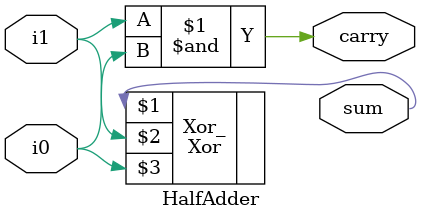
<source format=v>
`include "../gates/Xor.v"
module HalfAdder(output sum, output carry, input i1, input i0);
Xor Xor_(sum,i1,i0);
and(carry,i1,i0);
endmodule

</source>
